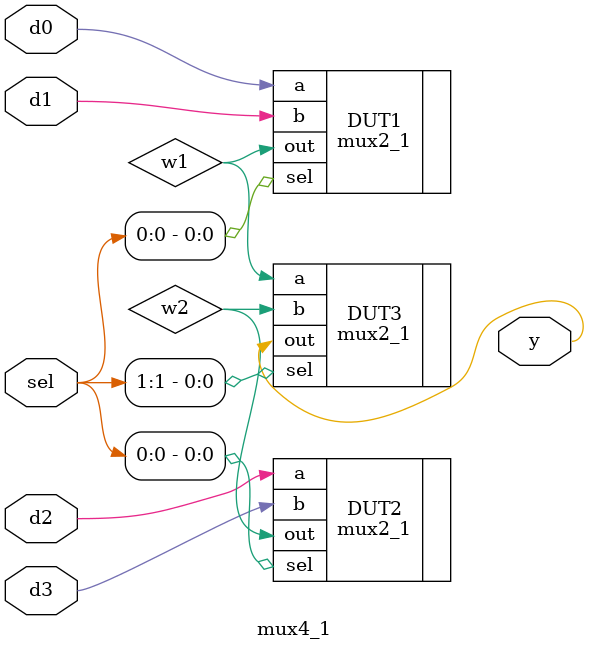
<source format=v>
`timescale 1ns / 1ps


module mux4_1(
    input d0,d1,d2,d3,
    input [1:0] sel,
    output y
    );
    wire w1,w2;
    mux2_1 DUT1(.a(d0), .b(d1), .sel(sel[0]), .out(w1));
    mux2_1 DUT2(.a(d2), .b(d3), .sel(sel[0]), .out(w2));
    mux2_1 DUT3(.a(w1), .b(w2), .sel(sel[1]), .out(y));
    
endmodule

</source>
